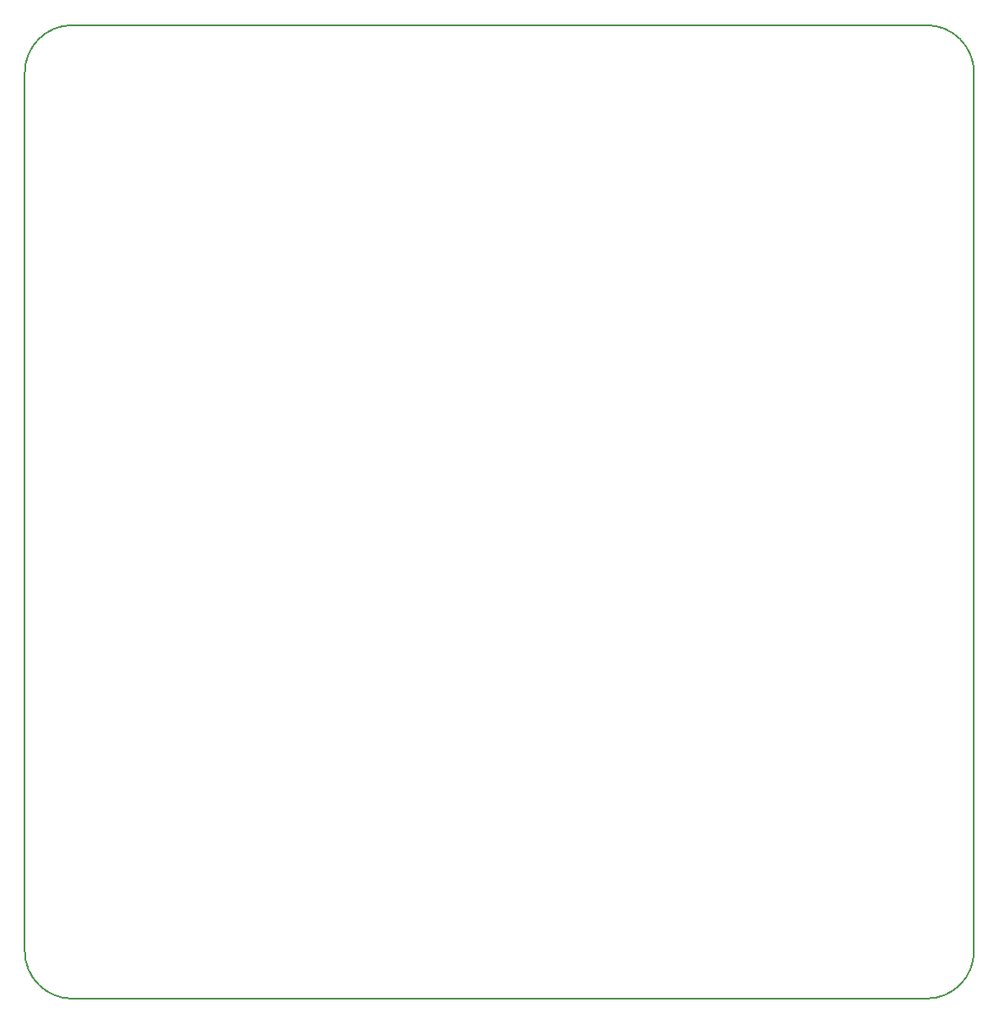
<source format=gm1>
G04 #@! TF.GenerationSoftware,KiCad,Pcbnew,5.0.2-bee76a0~70~ubuntu18.04.1*
G04 #@! TF.CreationDate,2019-02-22T00:54:51+09:00*
G04 #@! TF.ProjectId,next-keyboard,6e657874-2d6b-4657-9962-6f6172642e6b,rev?*
G04 #@! TF.SameCoordinates,Original*
G04 #@! TF.FileFunction,Profile,NP*
%FSLAX46Y46*%
G04 Gerber Fmt 4.6, Leading zero omitted, Abs format (unit mm)*
G04 Created by KiCad (PCBNEW 5.0.2-bee76a0~70~ubuntu18.04.1) date 2019年02月22日 00時54分51秒*
%MOMM*%
%LPD*%
G01*
G04 APERTURE LIST*
%ADD10C,0.150000*%
%ADD11C,0.200000*%
G04 APERTURE END LIST*
D10*
X28575000Y-121443750D02*
G75*
G02X23812500Y-116681250I0J4762500D01*
G01*
X23812500Y-28575000D02*
G75*
G02X28575000Y-23812500I4762500J0D01*
G01*
X114300000Y-23812500D02*
G75*
G02X119062500Y-28575000I0J-4762500D01*
G01*
X119062500Y-116681250D02*
G75*
G02X114300000Y-121443750I-4762500J0D01*
G01*
D11*
X114300000Y-23812500D02*
X28575000Y-23812500D01*
X119062500Y-116681250D02*
X119062500Y-28575000D01*
X28575000Y-121443750D02*
X114300000Y-121443750D01*
X23812500Y-28575000D02*
X23812500Y-116681250D01*
M02*

</source>
